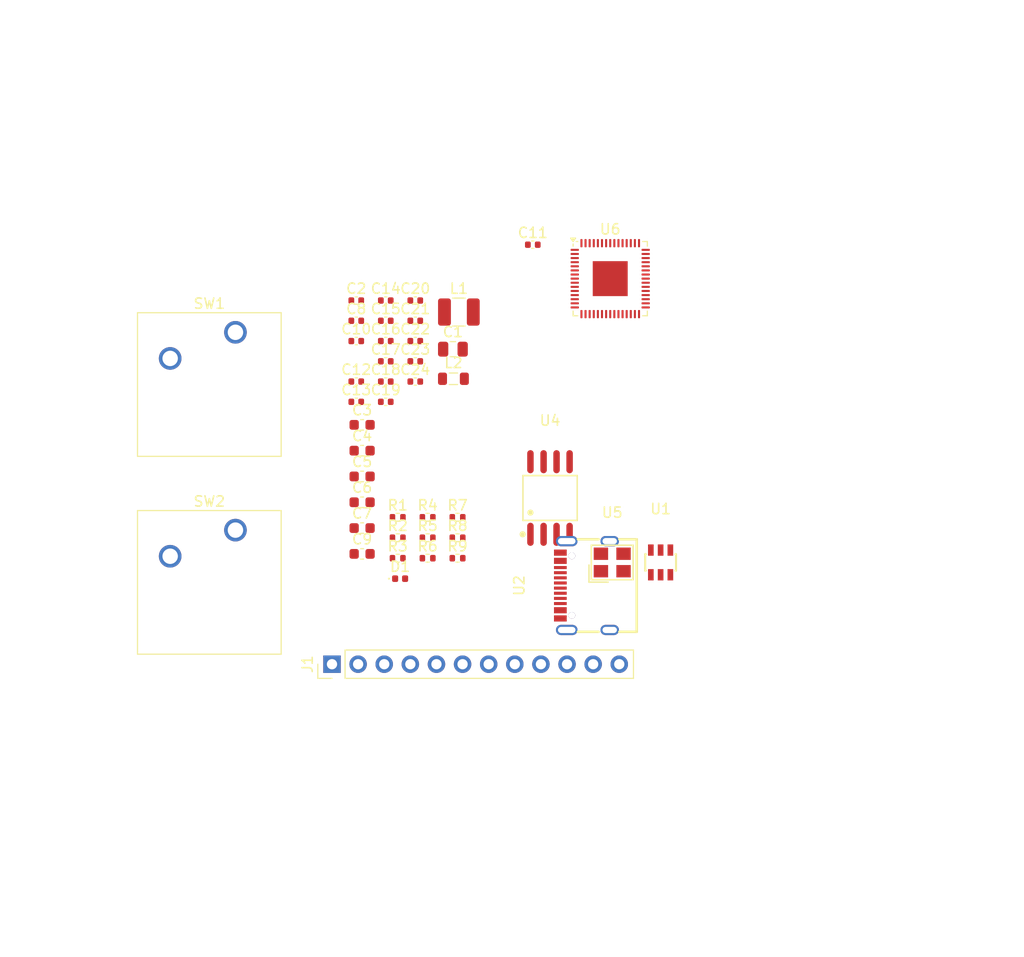
<source format=kicad_pcb>
(kicad_pcb (version 20241229) (generator "pcbnew") (generator_version "9.0")
  (layers (0 "F.Cu" signal) (4 "In1.Cu" signal) (6 "In2.Cu" signal) (2 "B.Cu" signal) (13 "F.Paste" user) (15 "B.Paste" user) (5 "F.SilkS" user "F.Silkscreen") (7 "B.SilkS" user "B.Silkscreen") (1 "F.Mask" user) (3 "B.Mask" user) (25 "Edge.Cuts" user))
  (net 0 "")
  (net 1 "GND")
  (net 2 "USB_VBUS")
  (net 3 "Net-(U1-BST)")
  (net 4 "Net-(U1-SW)")
  (net 5 "+3V3")
  (net 6 "+1V1")
  (net 7 "Net-(U6-VREG_AVDD)")
  (net 8 "XIN")
  (net 9 "Net-(C24-Pad2)")
  (net 10 "Net-(D1-A)")
  (net 11 "Net-(U6-VREG_LX)")
  (net 12 "Net-(U2-CC1)")
  (net 13 "Net-(U4-~{CS})")
  (net 14 "Net-(R4-Pad2)")
  (net 15 "XOUT")
  (net 16 "Net-(U6-USB_DM)")
  (net 17 "D-")
  (net 18 "D+")
  (net 19 "Net-(U6-USB_DP)")
  (net 20 "Net-(R8-Pad2)")
  (net 21 "RUN")
  (net 22 "Net-(U6-GPIO25)")
  (net 23 "IO3")
  (net 27 "IO2")
  (net 29 "Net-(U4-CLK)")
  (net 30 "IO1")
  (net 54 "IO0")
  (footprint "Capacitor_SMD:C_0402_1005Metric" (layer "F.Cu") (at 56.32 32.21)
    (property "Reference" "C18" (at 0 -1.16 0) (layer "F.SilkS"))
    (property "Value" "100n")
    (fp_line (start -0.107836 -0.36) (end 0.107836 -0.36) (stroke (width 0.12)) (layer "F.SilkS"))
    (fp_line (start -0.107836 0.36) (end 0.107836 0.36) (stroke (width 0.12)) (layer "F.SilkS"))
    (pad "1" smd roundrect (at -0.48 0) (size 0.56 0.62) (layers "F.Cu" "F.Mask" "F.Paste") (net 5 "+3V3"))
    (pad "2" smd roundrect (at 0.48 0) (size 0.56 0.62) (layers "F.Cu" "F.Mask" "F.Paste") (net 1 "GND"))
  )
  (footprint "Capacitor_SMD:C_0603_1608Metric" (layer "F.Cu") (at 54.02 41.44)
    (property "Reference" "C5" (at 0 -1.43 0) (layer "F.SilkS"))
    (property "Value" "4.7u")
    (fp_line (start -0.14058 -0.51) (end 0.14058 -0.51) (stroke (width 0.12)) (layer "F.SilkS"))
    (fp_line (start -0.14058 0.51) (end 0.14058 0.51) (stroke (width 0.12)) (layer "F.SilkS"))
    (pad "1" smd roundrect (at -0.775 0) (size 0.9 0.95) (layers "F.Cu" "F.Mask" "F.Paste") (net 6 "+1V1"))
    (pad "2" smd roundrect (at 0.775 0) (size 0.9 0.95) (layers "F.Cu" "F.Mask" "F.Paste") (net 1 "GND"))
  )
  (footprint "Capacitor_SMD:C_0603_1608Metric" (layer "F.Cu") (at 54.02 48.97)
    (property "Reference" "C9" (at 0 -1.43 0) (layer "F.SilkS"))
    (property "Value" "4.7u")
    (fp_line (start -0.14058 -0.51) (end 0.14058 -0.51) (stroke (width 0.12)) (layer "F.SilkS"))
    (fp_line (start -0.14058 0.51) (end 0.14058 0.51) (stroke (width 0.12)) (layer "F.SilkS"))
    (pad "1" smd roundrect (at -0.775 0) (size 0.9 0.95) (layers "F.Cu" "F.Mask" "F.Paste") (net 6 "+1V1"))
    (pad "2" smd roundrect (at 0.775 0) (size 0.9 0.95) (layers "F.Cu" "F.Mask" "F.Paste") (net 1 "GND"))
  )
  (footprint "easyeda2kicad:CRYSTAL-SMD_4P-L3.2-W2.5-BL" (layer "F.Cu") (at 78.345 49.805)
    (property "Reference" "U5" (at 0 -4.85 0) (layer "F.SilkS"))
    (property "Value" "ABM8-272-T3_C20625731")
    (fp_line (start -2.26 0.25) (end -2.26 1.91) (stroke (width 0.15)) (layer "F.SilkS"))
    (fp_line (start -2.26 1.91) (end -0.4 1.91) (stroke (width 0.15)) (layer "F.SilkS"))
    (fp_line (start -2.03 -1.68) (end 2.03 -1.68) (stroke (width 0.15)) (layer "F.SilkS"))
    (fp_line (start -2.03 1.68) (end -2.03 -1.68) (stroke (width 0.15)) (layer "F.SilkS"))
    (fp_line (start 2.03 -1.68) (end 2.03 1.68) (stroke (width 0.15)) (layer "F.SilkS"))
    (fp_line (start 2.03 1.68) (end -2.03 1.68) (stroke (width 0.15)) (layer "F.SilkS"))
    (pad "1" smd rect (at -1.1 0.85) (size 1.4 1.2) (layers "F.Cu" "F.Mask" "F.Paste") (net 8 "XIN"))
    (pad "2" smd rect (at 1.1 0.85) (size 1.4 1.2) (layers "F.Cu" "F.Mask" "F.Paste") (net 1 "GND"))
    (pad "3" smd rect (at 1.1 -0.85) (size 1.4 1.2) (layers "F.Cu" "F.Mask" "F.Paste") (net 9 "Net-(C24-Pad2)"))
    (pad "4" smd rect (at -1.1 -0.85) (size 1.4 1.2) (layers "F.Cu" "F.Mask" "F.Paste") (net 1 "GND"))
  )
  (footprint "Capacitor_SMD:C_0402_1005Metric" (layer "F.Cu") (at 53.45 28.27)
    (property "Reference" "C10" (at 0 -1.16 0) (layer "F.SilkS"))
    (property "Value" "100n")
    (fp_line (start -0.107836 -0.36) (end 0.107836 -0.36) (stroke (width 0.12)) (layer "F.SilkS"))
    (fp_line (start -0.107836 0.36) (end 0.107836 0.36) (stroke (width 0.12)) (layer "F.SilkS"))
    (pad "1" smd roundrect (at -0.48 0) (size 0.56 0.62) (layers "F.Cu" "F.Mask" "F.Paste") (net 6 "+1V1"))
    (pad "2" smd roundrect (at 0.48 0) (size 0.56 0.62) (layers "F.Cu" "F.Mask" "F.Paste") (net 1 "GND"))
  )
  (footprint "Resistor_SMD:R_0402_1005Metric" (layer "F.Cu") (at 63.3 47.4)
    (property "Reference" "R8" (at 0 -1.17 0) (layer "F.SilkS"))
    (property "Value" "1k")
    (fp_line (start -0.153641 -0.38) (end 0.153641 -0.38) (stroke (width 0.12)) (layer "F.SilkS"))
    (fp_line (start -0.153641 0.38) (end 0.153641 0.38) (stroke (width 0.12)) (layer "F.SilkS"))
    (pad "1" smd roundrect (at -0.51 0) (size 0.54 0.64) (layers "F.Cu" "F.Mask" "F.Paste") (net 21 "RUN"))
    (pad "2" smd roundrect (at 0.51 0) (size 0.54 0.64) (layers "F.Cu" "F.Mask" "F.Paste") (net 20 "Net-(R8-Pad2)"))
  )
  (footprint "Resistor_SMD:R_0402_1005Metric" (layer "F.Cu") (at 60.39 47.4)
    (property "Reference" "R5" (at 0 -1.17 0) (layer "F.SilkS"))
    (property "Value" "1k")
    (fp_line (start -0.153641 -0.38) (end 0.153641 -0.38) (stroke (width 0.12)) (layer "F.SilkS"))
    (fp_line (start -0.153641 0.38) (end 0.153641 0.38) (stroke (width 0.12)) (layer "F.SilkS"))
    (pad "1" smd roundrect (at -0.51 0) (size 0.54 0.64) (layers "F.Cu" "F.Mask" "F.Paste") (net 9 "Net-(C24-Pad2)"))
    (pad "2" smd roundrect (at 0.51 0) (size 0.54 0.64) (layers "F.Cu" "F.Mask" "F.Paste") (net 15 "XOUT"))
  )
  (footprint "Resistor_SMD:R_0402_1005Metric" (layer "F.Cu") (at 60.39 45.41)
    (property "Reference" "R4" (at 0 -1.17 0) (layer "F.SilkS"))
    (property "Value" "1k")
    (fp_line (start -0.153641 -0.38) (end 0.153641 -0.38) (stroke (width 0.12)) (layer "F.SilkS"))
    (fp_line (start -0.153641 0.38) (end 0.153641 0.38) (stroke (width 0.12)) (layer "F.SilkS"))
    (pad "1" smd roundrect (at -0.51 0) (size 0.54 0.64) (layers "F.Cu" "F.Mask" "F.Paste") (net 13 "Net-(U4-~{CS})"))
    (pad "2" smd roundrect (at 0.51 0) (size 0.54 0.64) (layers "F.Cu" "F.Mask" "F.Paste") (net 14 "Net-(R4-Pad2)"))
  )
  (footprint "Capacitor_SMD:C_0402_1005Metric" (layer "F.Cu") (at 59.19 26.3)
    (property "Reference" "C21" (at 0 -1.16 0) (layer "F.SilkS"))
    (property "Value" "100n")
    (fp_line (start -0.107836 -0.36) (end 0.107836 -0.36) (stroke (width 0.12)) (layer "F.SilkS"))
    (fp_line (start -0.107836 0.36) (end 0.107836 0.36) (stroke (width 0.12)) (layer "F.SilkS"))
    (pad "1" smd roundrect (at -0.48 0) (size 0.56 0.62) (layers "F.Cu" "F.Mask" "F.Paste") (net 5 "+3V3"))
    (pad "2" smd roundrect (at 0.48 0) (size 0.56 0.62) (layers "F.Cu" "F.Mask" "F.Paste") (net 1 "GND"))
  )
  (footprint "Resistor_SMD:R_0402_1005Metric" (layer "F.Cu") (at 63.3 45.41)
    (property "Reference" "R7" (at 0 -1.17 0) (layer "F.SilkS"))
    (property "Value" "27")
    (fp_line (start -0.153641 -0.38) (end 0.153641 -0.38) (stroke (width 0.12)) (layer "F.SilkS"))
    (fp_line (start -0.153641 0.38) (end 0.153641 0.38) (stroke (width 0.12)) (layer "F.SilkS"))
    (pad "1" smd roundrect (at -0.51 0) (size 0.54 0.64) (layers "F.Cu" "F.Mask" "F.Paste") (net 19 "Net-(U6-USB_DP)"))
    (pad "2" smd roundrect (at 0.51 0) (size 0.54 0.64) (layers "F.Cu" "F.Mask" "F.Paste") (net 18 "D+"))
  )
  (footprint "Capacitor_SMD:C_0805_2012Metric" (layer "F.Cu") (at 62.85 29.06)
    (property "Reference" "C1" (at 0 -1.68 0) (layer "F.SilkS"))
    (property "Value" "10uf")
    (fp_line (start -0.261252 -0.735) (end 0.261252 -0.735) (stroke (width 0.12)) (layer "F.SilkS"))
    (fp_line (start -0.261252 0.735) (end 0.261252 0.735) (stroke (width 0.12)) (layer "F.SilkS"))
    (pad "1" smd roundrect (at -0.95 0) (size 1 1.45) (layers "F.Cu" "F.Mask" "F.Paste") (net 2 "USB_VBUS"))
    (pad "2" smd roundrect (at 0.95 0) (size 1 1.45) (layers "F.Cu" "F.Mask" "F.Paste") (net 1 "GND"))
  )
  (footprint "Capacitor_SMD:C_0402_1005Metric" (layer "F.Cu") (at 56.32 28.27)
    (property "Reference" "C16" (at 0 -1.16 0) (layer "F.SilkS"))
    (property "Value" "100n")
    (fp_line (start -0.107836 -0.36) (end 0.107836 -0.36) (stroke (width 0.12)) (layer "F.SilkS"))
    (fp_line (start -0.107836 0.36) (end 0.107836 0.36) (stroke (width 0.12)) (layer "F.SilkS"))
    (pad "1" smd roundrect (at -0.48 0) (size 0.56 0.62) (layers "F.Cu" "F.Mask" "F.Paste") (net 5 "+3V3"))
    (pad "2" smd roundrect (at 0.48 0) (size 0.56 0.62) (layers "F.Cu" "F.Mask" "F.Paste") (net 1 "GND"))
  )
  (footprint "LED_SMD:LED_0402_1005Metric" (layer "F.Cu") (at 57.715 51.38)
    (property "Reference" "D1" (at 0 -1.17 0) (layer "F.SilkS"))
    (property "Value" "LED")
    (fp_circle (center -1.09 0) (end -1.04 0) (stroke (width 0.1)) (fill no) (layer "F.SilkS"))
    (pad "1" smd roundrect (at -0.485 0) (size 0.59 0.64) (layers "F.Cu" "F.Mask" "F.Paste") (net 1 "GND"))
    (pad "2" smd roundrect (at 0.485 0) (size 0.59 0.64) (layers "F.Cu" "F.Mask" "F.Paste") (net 10 "Net-(D1-A)"))
  )
  (footprint "Inductor_SMD:L_0805_2012Metric" (layer "F.Cu") (at 62.9 31.94)
    (property "Reference" "L2" (at 0 -1.55 0) (layer "F.SilkS"))
    (property "Value" "3.3u")
    (fp_line (start -0.399622 -0.56) (end 0.399622 -0.56) (stroke (width 0.12)) (layer "F.SilkS"))
    (fp_line (start -0.399622 0.56) (end 0.399622 0.56) (stroke (width 0.12)) (layer "F.SilkS"))
    (pad "1" smd roundrect (at -1.0625 0) (size 0.875 1.2) (layers "F.Cu" "F.Mask" "F.Paste") (net 6 "+1V1"))
    (pad "2" smd roundrect (at 1.0625 0) (size 0.875 1.2) (layers "F.Cu" "F.Mask" "F.Paste") (net 11 "Net-(U6-VREG_LX)"))
  )
  (footprint "Capacitor_SMD:C_0402_1005Metric" (layer "F.Cu") (at 70.62 18.9)
    (property "Reference" "C11" (at 0 -1.16 0) (layer "F.SilkS"))
    (property "Value" "100n")
    (fp_line (start -0.107836 -0.36) (end 0.107836 -0.36) (stroke (width 0.12)) (layer "F.SilkS"))
    (fp_line (start -0.107836 0.36) (end 0.107836 0.36) (stroke (width 0.12)) (layer "F.SilkS"))
    (pad "1" smd roundrect (at -0.48 0) (size 0.56 0.62) (layers "F.Cu" "F.Mask" "F.Paste") (net 5 "+3V3"))
    (pad "2" smd roundrect (at 0.48 0) (size 0.56 0.62) (layers "F.Cu" "F.Mask" "F.Paste") (net 1 "GND"))
  )
  (footprint "Capacitor_SMD:C_0402_1005Metric" (layer "F.Cu") (at 53.45 24.33)
    (property "Reference" "C2" (at 0 -1.16 0) (layer "F.SilkS"))
    (property "Value" "100nf")
    (fp_line (start -0.107836 -0.36) (end 0.107836 -0.36) (stroke (width 0.12)) (layer "F.SilkS"))
    (fp_line (start -0.107836 0.36) (end 0.107836 0.36) (stroke (width 0.12)) (layer "F.SilkS"))
    (pad "1" smd roundrect (at -0.48 0) (size 0.56 0.62) (layers "F.Cu" "F.Mask" "F.Paste") (net 3 "Net-(U1-BST)"))
    (pad "2" smd roundrect (at 0.48 0) (size 0.56 0.62) (layers "F.Cu" "F.Mask" "F.Paste") (net 4 "Net-(U1-SW)"))
  )
  (footprint "easyeda2kicad:TSOT-26_L2.9-W1.6-P0.95-LS2.8-BL" (layer "F.Cu") (at 83.05 49.8)
    (property "Reference" "U1" (at 0 -5.2 0) (layer "F.SilkS"))
    (property "Value" "AP63203WU-7")
    (fp_line (start -1.5 -0.8) (end -1.43 -0.8) (stroke (width 0.2)) (layer "F.SilkS"))
    (fp_line (start -1.5 -0.57) (end -1.5 -0.8) (stroke (width 0.2)) (layer "F.SilkS"))
    (fp_line (start -1.5 0.57) (end -1.5 -0.57) (stroke (width 0.2)) (layer "F.SilkS"))
    (fp_line (start -1.5 0.57) (end -1.5 0.8) (stroke (width 0.2)) (layer "F.SilkS"))
    (fp_line (start -1.5 0.8) (end -1.43 0.8) (stroke (width 0.2)) (layer "F.SilkS"))
    (fp_line (start 1.5 -0.8) (end 1.43 -0.8) (stroke (width 0.2)) (layer "F.SilkS"))
    (fp_line (start 1.5 -0.57) (end 1.5 -0.8) (stroke (width 0.2)) (layer "F.SilkS"))
    (fp_line (start 1.5 -0.57) (end 1.5 0.57) (stroke (width 0.2)) (layer "F.SilkS"))
    (fp_line (start 1.5 0.57) (end 1.5 0.8) (stroke (width 0.2)) (layer "F.SilkS"))
    (fp_line (start 1.5 0.8) (end 1.43 0.8) (stroke (width 0.2)) (layer "F.SilkS"))
    (pad "1" smd rect (at -0.95 1.2 180) (size 0.55 1.1) (layers "F.Cu" "F.Mask" "F.Paste") (net 5 "+3V3"))
    (pad "2" smd rect (at 0 1.2 180) (size 0.55 1.1) (layers "F.Cu" "F.Mask" "F.Paste") (net 2 "USB_VBUS"))
    (pad "3" smd rect (at 0.95 1.2 180) (size 0.55 1.1) (layers "F.Cu" "F.Mask" "F.Paste") (net 2 "USB_VBUS"))
    (pad "4" smd rect (at 0.95 -1.2 180) (size 0.55 1.1) (layers "F.Cu" "F.Mask" "F.Paste") (net 1 "GND"))
    (pad "5" smd rect (at 0 -1.2 180) (size 0.55 1.1) (layers "F.Cu" "F.Mask" "F.Paste") (net 4 "Net-(U1-SW)"))
    (pad "6" smd rect (at -0.95 -1.2 180) (size 0.55 1.1) (layers "F.Cu" "F.Mask" "F.Paste") (net 3 "Net-(U1-BST)"))
  )
  (footprint "Capacitor_SMD:C_0603_1608Metric" (layer "F.Cu") (at 54.02 38.93)
    (property "Reference" "C4" (at 0 -1.43 0) (layer "F.SilkS"))
    (property "Value" "22uf")
    (fp_line (start -0.14058 -0.51) (end 0.14058 -0.51) (stroke (width 0.12)) (layer "F.SilkS"))
    (fp_line (start -0.14058 0.51) (end 0.14058 0.51) (stroke (width 0.12)) (layer "F.SilkS"))
    (pad "1" smd roundrect (at -0.775 0) (size 0.9 0.95) (layers "F.Cu" "F.Mask" "F.Paste") (net 5 "+3V3"))
    (pad "2" smd roundrect (at 0.775 0) (size 0.9 0.95) (layers "F.Cu" "F.Mask" "F.Paste") (net 1 "GND"))
  )
  (footprint "Capacitor_SMD:C_0603_1608Metric" (layer "F.Cu") (at 54.02 46.46)
    (property "Reference" "C7" (at 0 -1.43 0) (layer "F.SilkS"))
    (property "Value" "4.7u")
    (fp_line (start -0.14058 -0.51) (end 0.14058 -0.51) (stroke (width 0.12)) (layer "F.SilkS"))
    (fp_line (start -0.14058 0.51) (end 0.14058 0.51) (stroke (width 0.12)) (layer "F.SilkS"))
    (pad "1" smd roundrect (at -0.775 0) (size 0.9 0.95) (layers "F.Cu" "F.Mask" "F.Paste") (net 1 "GND"))
    (pad "2" smd roundrect (at 0.775 0) (size 0.9 0.95) (layers "F.Cu" "F.Mask" "F.Paste") (net 7 "Net-(U6-VREG_AVDD)"))
  )
  (footprint "Capacitor_SMD:C_0402_1005Metric" (layer "F.Cu") (at 59.19 28.27)
    (property "Reference" "C22" (at 0 -1.16 0) (layer "F.SilkS"))
    (property "Value" "100n")
    (fp_line (start -0.107836 -0.36) (end 0.107836 -0.36) (stroke (width 0.12)) (layer "F.SilkS"))
    (fp_line (start -0.107836 0.36) (end 0.107836 0.36) (stroke (width 0.12)) (layer "F.SilkS"))
    (pad "1" smd roundrect (at -0.48 0) (size 0.56 0.62) (layers "F.Cu" "F.Mask" "F.Paste") (net 5 "+3V3"))
    (pad "2" smd roundrect (at 0.48 0) (size 0.56 0.62) (layers "F.Cu" "F.Mask" "F.Paste") (net 1 "GND"))
  )
  (footprint "Capacitor_SMD:C_0402_1005Metric" (layer "F.Cu") (at 59.19 24.33)
    (property "Reference" "C20" (at 0 -1.16 0) (layer "F.SilkS"))
    (property "Value" "100n")
    (fp_line (start -0.107836 -0.36) (end 0.107836 -0.36) (stroke (width 0.12)) (layer "F.SilkS"))
    (fp_line (start -0.107836 0.36) (end 0.107836 0.36) (stroke (width 0.12)) (layer "F.SilkS"))
    (pad "1" smd roundrect (at -0.48 0) (size 0.56 0.62) (layers "F.Cu" "F.Mask" "F.Paste") (net 5 "+3V3"))
    (pad "2" smd roundrect (at 0.48 0) (size 0.56 0.62) (layers "F.Cu" "F.Mask" "F.Paste") (net 1 "GND"))
  )
  (footprint "Capacitor_SMD:C_0402_1005Metric" (layer "F.Cu") (at 56.32 30.24)
    (property "Reference" "C17" (at 0 -1.16 0) (layer "F.SilkS"))
    (property "Value" "100n")
    (fp_line (start -0.107836 -0.36) (end 0.107836 -0.36) (stroke (width 0.12)) (layer "F.SilkS"))
    (fp_line (start -0.107836 0.36) (end 0.107836 0.36) (stroke (width 0.12)) (layer "F.SilkS"))
    (pad "1" smd roundrect (at -0.48 0) (size 0.56 0.62) (layers "F.Cu" "F.Mask" "F.Paste") (net 5 "+3V3"))
    (pad "2" smd roundrect (at 0.48 0) (size 0.56 0.62) (layers "F.Cu" "F.Mask" "F.Paste") (net 1 "GND"))
  )
  (footprint "Resistor_SMD:R_0402_1005Metric" (layer "F.Cu") (at 63.3 49.39)
    (property "Reference" "R9" (at 0 -1.17 0) (layer "F.SilkS"))
    (property "Value" "33")
    (fp_line (start -0.153641 -0.38) (end 0.153641 -0.38) (stroke (width 0.12)) (layer "F.SilkS"))
    (fp_line (start -0.153641 0.38) (end 0.153641 0.38) (stroke (width 0.12)) (layer "F.SilkS"))
    (pad "1" smd roundrect (at -0.51 0) (size 0.54 0.64) (layers "F.Cu" "F.Mask" "F.Paste") (net 22 "Net-(U6-GPIO25)"))
    (pad "2" smd roundrect (at 0.51 0) (size 0.54 0.64) (layers "F.Cu" "F.Mask" "F.Paste") (net 10 "Net-(D1-A)"))
  )
  (footprint "Capacitor_SMD:C_0603_1608Metric" (layer "F.Cu") (at 54.02 43.95)
    (property "Reference" "C6" (at 0 -1.43 0) (layer "F.SilkS"))
    (property "Value" "4.7u")
    (fp_line (start -0.14058 -0.51) (end 0.14058 -0.51) (stroke (width 0.12)) (layer "F.SilkS"))
    (fp_line (start -0.14058 0.51) (end 0.14058 0.51) (stroke (width 0.12)) (layer "F.SilkS"))
    (pad "1" smd roundrect (at -0.775 0) (size 0.9 0.95) (layers "F.Cu" "F.Mask" "F.Paste") (net 5 "+3V3"))
    (pad "2" smd roundrect (at 0.775 0) (size 0.9 0.95) (layers "F.Cu" "F.Mask" "F.Paste") (net 1 "GND"))
  )
  (footprint "Capacitor_SMD:C_0402_1005Metric" (layer "F.Cu") (at 53.45 32.21)
    (property "Reference" "C12" (at 0 -1.16 0) (layer "F.SilkS"))
    (property "Value" "100n")
    (fp_line (start -0.107836 -0.36) (end 0.107836 -0.36) (stroke (width 0.12)) (layer "F.SilkS"))
    (fp_line (start -0.107836 0.36) (end 0.107836 0.36) (stroke (width 0.12)) (layer "F.SilkS"))
    (pad "1" smd roundrect (at -0.48 0) (size 0.56 0.62) (layers "F.Cu" "F.Mask" "F.Paste") (net 5 "+3V3"))
    (pad "2" smd roundrect (at 0.48 0) (size 0.56 0.62) (layers "F.Cu" "F.Mask" "F.Paste") (net 1 "GND"))
  )
  (footprint "Capacitor_SMD:C_0402_1005Metric" (layer "F.Cu") (at 53.45 34.18)
    (property "Reference" "C13" (at 0 -1.16 0) (layer "F.SilkS"))
    (property "Value" "100n")
    (fp_line (start -0.107836 -0.36) (end 0.107836 -0.36) (stroke (width 0.12)) (layer "F.SilkS"))
    (fp_line (start -0.107836 0.36) (end 0.107836 0.36) (stroke (width 0.12)) (layer "F.SilkS"))
    (pad "1" smd roundrect (at -0.48 0) (size 0.56 0.62) (layers "F.Cu" "F.Mask" "F.Paste") (net 5 "+3V3"))
    (pad "2" smd roundrect (at 0.48 0) (size 0.56 0.62) (layers "F.Cu" "F.Mask" "F.Paste") (net 1 "GND"))
  )
  (footprint "Resistor_SMD:R_0402_1005Metric" (layer "F.Cu") (at 57.48 45.41)
    (property "Reference" "R1" (at 0 -1.17 0) (layer "F.SilkS"))
    (property "Value" "5.1k")
    (fp_line (start -0.153641 -0.38) (end 0.153641 -0.38) (stroke (width 0.12)) (layer "F.SilkS"))
    (fp_line (start -0.153641 0.38) (end 0.153641 0.38) (stroke (width 0.12)) (layer "F.SilkS"))
    (pad "1" smd roundrect (at -0.51 0) (size 0.54 0.64) (layers "F.Cu" "F.Mask" "F.Paste") (net 1 "GND"))
    (pad "2" smd roundrect (at 0.51 0) (size 0.54 0.64) (layers "F.Cu" "F.Mask" "F.Paste") (net 12 "Net-(U2-CC1)"))
  )
  (footprint "Package_DFN_QFN:QFN-60-1EP_7x7mm_P0.4mm_EP3.4x3.4mm" (layer "F.Cu") (at 78.15 22.2)
    (property "Reference" "U6" (at 0 -4.8 0) (layer "F.SilkS"))
    (property "Value" "RP2350A-QFN60")
    (fp_line (start -3.61 -3.16) (end -3.61 -3.37) (stroke (width 0.12)) (layer "F.SilkS"))
    (fp_line (start -3.61 3.61) (end -3.61 3.16) (stroke (width 0.12)) (layer "F.SilkS"))
    (fp_line (start -3.16 -3.61) (end -3.31 -3.61) (stroke (width 0.12)) (layer "F.SilkS"))
    (fp_line (start -3.16 3.61) (end -3.61 3.61) (stroke (width 0.12)) (layer "F.SilkS"))
    (fp_line (start 3.16 -3.61) (end 3.61 -3.61) (stroke (width 0.12)) (layer "F.SilkS"))
    (fp_line (start 3.16 3.61) (end 3.61 3.61) (stroke (width 0.12)) (layer "F.SilkS"))
    (fp_line (start 3.61 -3.61) (end 3.61 -3.16) (stroke (width 0.12)) (layer "F.SilkS"))
    (fp_line (start 3.61 3.61) (end 3.61 3.16) (stroke (width 0.12)) (layer "F.SilkS"))
    (fp_poly (pts (xy -3.61 -3.61) (xy -3.85 -3.94) (xy -3.37 -3.94)) (stroke (width 0.12)) (fill yes) (layer "F.SilkS"))
    (pad "1" smd roundrect (at -3.45 -2.8) (size 0.8 0.2) (layers "F.Cu" "F.Mask" "F.Paste") (net 5 "+3V3"))
    (pad "2" smd roundrect (at -3.45 -2.4) (size 0.8 0.2) (layers "F.Cu" "F.Mask" "F.Paste"))
    (pad "3" smd roundrect (at -3.45 -2) (size 0.8 0.2) (layers "F.Cu" "F.Mask" "F.Paste"))
    (pad "4" smd roundrect (at -3.45 -1.6) (size 0.8 0.2) (layers "F.Cu" "F.Mask" "F.Paste"))
    (pad "5" smd roundrect (at -3.45 -1.2) (size 0.8 0.2) (layers "F.Cu" "F.Mask" "F.Paste"))
    (pad "6" smd roundrect (at -3.45 -0.8) (size 0.8 0.2) (layers "F.Cu" "F.Mask" "F.Paste") (net 6 "+1V1"))
    (pad "7" smd roundrect (at -3.45 -0.4) (size 0.8 0.2) (layers "F.Cu" "F.Mask" "F.Paste"))
    (pad "8" smd roundrect (at -3.45 0) (size 0.8 0.2) (layers "F.Cu" "F.Mask" "F.Paste"))
    (pad "9" smd roundrect (at -3.45 0.4) (size 0.8 0.2) (layers "F.Cu" "F.Mask" "F.Paste"))
    (pad "10" smd roundrect (at -3.45 0.8) (size 0.8 0.2) (layers "F.Cu" "F.Mask" "F.Paste"))
    (pad "11" smd roundrect (at -3.45 1.2) (size 0.8 0.2) (layers "F.Cu" "F.Mask" "F.Paste") (net 5 "+3V3"))
    (pad "12" smd roundrect (at -3.45 1.6) (size 0.8 0.2) (layers "F.Cu" "F.Mask" "F.Paste"))
    (pad "13" smd roundrect (at -3.45 2) (size 0.8 0.2) (layers "F.Cu" "F.Mask" "F.Paste"))
    (pad "14" smd roundrect (at -3.45 2.4) (size 0.8 0.2) (layers "F.Cu" "F.Mask" "F.Paste"))
    (pad "15" smd roundrect (at -3.45 2.8) (size 0.8 0.2) (layers "F.Cu" "F.Mask" "F.Paste"))
    (pad "16" smd roundrect (at -2.8 3.45) (size 0.2 0.8) (layers "F.Cu" "F.Mask" "F.Paste"))
    (pad "17" smd roundrect (at -2.4 3.45) (size 0.2 0.8) (layers "F.Cu" "F.Mask" "F.Paste"))
    (pad "18" smd roundrect (at -2 3.45) (size 0.2 0.8) (layers "F.Cu" "F.Mask" "F.Paste"))
    (pad "19" smd roundrect (at -1.6 3.45) (size 0.2 0.8) (layers "F.Cu" "F.Mask" "F.Paste"))
    (pad "20" smd roundrect (at -1.2 3.45) (size 0.2 0.8) (layers "F.Cu" "F.Mask" "F.Paste") (net 5 "+3V3"))
    (pad "21" smd roundrect (at -0.8 3.45) (size 0.2 0.8) (layers "F.Cu" "F.Mask" "F.Paste") (net 8 "XIN"))
    (pad "22" smd roundrect (at -0.4 3.45) (size 0.2 0.8) (layers "F.Cu" "F.Mask" "F.Paste") (net 15 "XOUT"))
    (pad "23" smd roundrect (at 0 3.45) (size 0.2 0.8) (layers "F.Cu" "F.Mask" "F.Paste") (net 6 "+1V1"))
    (pad "24" smd roundrect (at 0.4 3.45) (size 0.2 0.8) (layers "F.Cu" "F.Mask" "F.Paste"))
    (pad "25" smd roundrect (at 0.8 3.45) (size 0.2 0.8) (layers "F.Cu" "F.Mask" "F.Paste"))
    (pad "26" smd roundrect (at 1.2 3.45) (size 0.2 0.8) (layers "F.Cu" "F.Mask" "F.Paste") (net 21 "RUN"))
    (pad "27" smd roundrect (at 1.6 3.45) (size 0.2 0.8) (layers "F.Cu" "F.Mask" "F.Paste"))
    (pad "28" smd roundrect (at 2 3.45) (size 0.2 0.8) (layers "F.Cu" "F.Mask" "F.Paste"))
    (pad "29" smd roundrect (at 2.4 3.45) (size 0.2 0.8) (layers "F.Cu" "F.Mask" "F.Paste"))
    (pad "30" smd roundrect (at 2.8 3.45) (size 0.2 0.8) (layers "F.Cu" "F.Mask" "F.Paste") (net 5 "+3V3"))
    (pad "31" smd roundrect (at 3.45 2.8) (size 0.8 0.2) (layers "F.Cu" "F.Mask" "F.Paste"))
    (pad "32" smd roundrect (at 3.45 2.4) (size 0.8 0.2) (layers "F.Cu" "F.Mask" "F.Paste"))
    (pad "33" smd roundrect (at 3.45 2) (size 0.8 0.2) (layers "F.Cu" "F.Mask" "F.Paste"))
    (pad "34" smd roundrect (at 3.45 1.6) (size 0.8 0.2) (layers "F.Cu" "F.Mask" "F.Paste"))
    (pad "35" smd roundrect (at 3.45 1.2) (size 0.8 0.2) (layers "F.Cu" "F.Mask" "F.Paste"))
    (pad "36" smd roundrect (at 3.45 0.8) (size 0.8 0.2) (layers "F.Cu" "F.Mask" "F.Paste"))
    (pad "37" smd roundrect (at 3.45 0.4) (size 0.8 0.2) (layers "F.Cu" "F.Mask" "F.Paste") (net 22 "Net-(U6-GPIO25)"))
    (pad "38" smd roundrect (at 3.45 0) (size 0.8 0.2) (layers "F.Cu" "F.Mask" "F.Paste") (net 5 "+3V3"))
    (pad "39" smd roundrect (at 3.45 -0.4) (size 0.8 0.2) (layers "F.Cu" "F.Mask" "F.Paste") (net 6 "+1V1"))
    (pad "40" smd roundrect (at 3.45 -0.8) (size 0.8 0.2) (layers "F.Cu" "F.Mask" "F.Paste"))
    (pad "41" smd roundrect (at 3.45 -1.2) (size 0.8 0.2) (layers "F.Cu" "F.Mask" "F.Paste"))
    (pad "42" smd roundrect (at 3.45 -1.6) (size 0.8 0.2) (layers "F.Cu" "F.Mask" "F.Paste"))
    (pad "43" smd roundrect (at 3.45 -2) (size 0.8 0.2) (layers "F.Cu" "F.Mask" "F.Paste"))
    (pad "44" smd roundrect (at 3.45 -2.4) (size 0.8 0.2) (layers "F.Cu" "F.Mask" "F.Paste") (net 5 "+3V3"))
    (pad "45" smd roundrect (at 3.45 -2.8) (size 0.8 0.2) (layers "F.Cu" "F.Mask" "F.Paste") (net 5 "+3V3"))
    (pad "46" smd roundrect (at 2.8 -3.45) (size 0.2 0.8) (layers "F.Cu" "F.Mask" "F.Paste") (net 7 "Net-(U6-VREG_AVDD)"))
    (pad "47" smd roundrect (at 2.4 -3.45) (size 0.2 0.8) (layers "F.Cu" "F.Mask" "F.Paste") (net 1 "GND"))
    (pad "48" smd roundrect (at 2 -3.45) (size 0.2 0.8) (layers "F.Cu" "F.Mask" "F.Paste") (net 11 "Net-(U6-VREG_LX)"))
    (pad "49" smd roundrect (at 1.6 -3.45) (size 0.2 0.8) (layers "F.Cu" "F.Mask" "F.Paste") (net 5 "+3V3"))
    (pad "50" smd roundrect (at 1.2 -3.45) (size 0.2 0.8) (layers "F.Cu" "F.Mask" "F.Paste") (net 6 "+1V1"))
    (pad "51" smd roundrect (at 0.8 -3.45) (size 0.2 0.8) (layers "F.Cu" "F.Mask" "F.Paste") (net 16 "Net-(U6-USB_DM)"))
    (pad "52" smd roundrect (at 0.4 -3.45) (size 0.2 0.8) (layers "F.Cu" "F.Mask" "F.Paste") (net 19 "Net-(U6-USB_DP)"))
    (pad "53" smd roundrect (at 0 -3.45) (size 0.2 0.8) (layers "F.Cu" "F.Mask" "F.Paste") (net 5 "+3V3"))
    (pad "54" smd roundrect (at -0.4 -3.45) (size 0.2 0.8) (layers "F.Cu" "F.Mask" "F.Paste") (net 5 "+3V3"))
    (pad "55" smd roundrect (at -0.8 -3.45) (size 0.2 0.8) (layers "F.Cu" "F.Mask" "F.Paste") (net 23 "IO3"))
    (pad "56" smd roundrect (at -1.2 -3.45) (size 0.2 0.8) (layers "F.Cu" "F.Mask" "F.Paste") (net 29 "Net-(U4-CLK)"))
    (pad "57" smd roundrect (at -1.6 -3.45) (size 0.2 0.8) (layers "F.Cu" "F.Mask" "F.Paste") (net 54 "IO0"))
    (pad "58" smd roundrect (at -2 -3.45) (size 0.2 0.8) (layers "F.Cu" "F.Mask" "F.Paste") (net 27 "IO2"))
    (pad "59" smd roundrect (at -2.4 -3.45) (size 0.2 0.8) (layers "F.Cu" "F.Mask" "F.Paste") (net 30 "IO1"))
    (pad "60" smd roundrect (at -2.8 -3.45) (size 0.2 0.8) (layers "F.Cu" "F.Mask" "F.Paste"))
    (pad "61" smd rect (at 0 0) (size 3.4 3.4) (property pad_prop_heatsink) (layers "F.Cu" "F.Mask") (net 1 "GND"))
  )
  (footprint "Inductor_SMD:L_1210_3225Metric" (layer "F.Cu") (at 63.43 25.45)
    (property "Reference" "L1" (at 0 -2.28 0) (layer "F.SilkS"))
    (property "Value" "47uh")
    (fp_line (start -0.602064 -1.36) (end 0.602064 -1.36) (stroke (width 0.12)) (layer "F.SilkS"))
    (fp_line (start -0.602064 1.36) (end 0.602064 1.36) (stroke (width 0.12)) (layer "F.SilkS"))
    (pad "1" smd roundrect (at -1.4 0) (size 1.25 2.65) (layers "F.Cu" "F.Mask" "F.Paste") (roundrect_rratio 0.2) (net 4 "Net-(U1-SW)"))
    (pad "2" smd roundrect (at 1.4 0) (size 1.25 2.65) (layers "F.Cu" "F.Mask" "F.Paste") (roundrect_rratio 0.2) (net 5 "+3V3"))
  )
  (footprint "Button_Switch_Keyboard:SW_Cherry_MX_1.00u_PCB" (layer "F.Cu") (at 41.7 27.42)
    (property "Reference" "SW1" (at -2.54 -2.794 0) (layer "F.SilkS"))
    (property "Value" "SW_Push")
    (fp_line (start -9.525 -1.905) (end 4.445 -1.905) (stroke (width 0.12)) (layer "F.SilkS"))
    (fp_line (start -9.525 12.065) (end -9.525 -1.905) (stroke (width 0.12)) (layer "F.SilkS"))
    (fp_line (start 4.445 -1.905) (end 4.445 12.065) (stroke (width 0.12)) (layer "F.SilkS"))
    (fp_line (start 4.445 12.065) (end -9.525 12.065) (stroke (width 0.12)) (layer "F.SilkS"))
    (pad "" np_thru_hole circle (at -7.62 5.08) (size 1.7 1.7) (drill 1.7) (layers "*.Cu" "*.Mask"))
    (pad "" np_thru_hole circle (at -2.54 5.08) (size 4 4) (drill 4) (layers "*.Cu" "*.Mask"))
    (pad "" np_thru_hole circle (at 2.54 5.08) (size 1.7 1.7) (drill 1.7) (layers "*.Cu" "*.Mask"))
    (pad "1" thru_hole circle (at 0 0) (size 2.2 2.2) (drill 1.5) (layers "*.Cu" "*.Mask") (net 1 "GND"))
    (pad "2" thru_hole circle (at -6.35 2.54) (size 2.2 2.2) (drill 1.5) (layers "*.Cu" "*.Mask") (net 14 "Net-(R4-Pad2)"))
  )
  (footprint "Capacitor_SMD:C_0402_1005Metric" (layer "F.Cu") (at 56.32 24.33)
    (property "Reference" "C14" (at 0 -1.16 0) (layer "F.SilkS"))
    (property "Value" "100n")
    (fp_line (start -0.107836 -0.36) (end 0.107836 -0.36) (stroke (width 0.12)) (layer "F.SilkS"))
    (fp_line (start -0.107836 0.36) (end 0.107836 0.36) (stroke (width 0.12)) (layer "F.SilkS"))
    (pad "1" smd roundrect (at -0.48 0) (size 0.56 0.62) (layers "F.Cu" "F.Mask" "F.Paste") (net 5 "+3V3"))
    (pad "2" smd roundrect (at 0.48 0) (size 0.56 0.62) (layers "F.Cu" "F.Mask" "F.Paste") (net 1 "GND"))
  )
  (footprint "Button_Switch_Keyboard:SW_Cherry_MX_1.00u_PCB" (layer "F.Cu") (at 41.7 46.66)
    (property "Reference" "SW2" (at -2.54 -2.794 0) (layer "F.SilkS"))
    (property "Value" "SW_Push")
    (fp_line (start -9.525 -1.905) (end 4.445 -1.905) (stroke (width 0.12)) (layer "F.SilkS"))
    (fp_line (start -9.525 12.065) (end -9.525 -1.905) (stroke (width 0.12)) (layer "F.SilkS"))
    (fp_line (start 4.445 -1.905) (end 4.445 12.065) (stroke (width 0.12)) (layer "F.SilkS"))
    (fp_line (start 4.445 12.065) (end -9.525 12.065) (stroke (width 0.12)) (layer "F.SilkS"))
    (pad "" np_thru_hole circle (at -7.62 5.08) (size 1.7 1.7) (drill 1.7) (layers "*.Cu" "*.Mask"))
    (pad "" np_thru_hole circle (at -2.54 5.08) (size 4 4) (drill 4) (layers "*.Cu" "*.Mask"))
    (pad "" np_thru_hole circle (at 2.54 5.08) (size 1.7 1.7) (drill 1.7) (layers "*.Cu" "*.Mask"))
    (pad "1" thru_hole circle (at 0 0) (size 2.2 2.2) (drill 1.5) (layers "*.Cu" "*.Mask") (net 1 "GND"))
    (pad "2" thru_hole circle (at -6.35 2.54) (size 2.2 2.2) (drill 1.5) (layers "*.Cu" "*.Mask") (net 20 "Net-(R8-Pad2)"))
  )
  (footprint "Capacitor_SMD:C_0402_1005Metric" (layer "F.Cu") (at 56.32 34.18)
    (property "Reference" "C19" (at 0 -1.16 0) (layer "F.SilkS"))
    (property "Value" "100n")
    (fp_line (start -0.107836 -0.36) (end 0.107836 -0.36) (stroke (width 0.12)) (layer "F.SilkS"))
    (fp_line (start -0.107836 0.36) (end 0.107836 0.36) (stroke (width 0.12)) (layer "F.SilkS"))
    (pad "1" smd roundrect (at -0.48 0) (size 0.56 0.62) (layers "F.Cu" "F.Mask" "F.Paste") (net 5 "+3V3"))
    (pad "2" smd roundrect (at 0.48 0) (size 0.56 0.62) (layers "F.Cu" "F.Mask" "F.Paste") (net 1 "GND"))
  )
  (footprint "Resistor_SMD:R_0402_1005Metric" (layer "F.Cu") (at 57.48 49.39)
    (property "Reference" "R3" (at 0 -1.17 0) (layer "F.SilkS"))
    (property "Value" "10k")
    (fp_line (start -0.153641 -0.38) (end 0.153641 -0.38) (stroke (width 0.12)) (layer "F.SilkS"))
    (fp_line (start -0.153641 0.38) (end 0.153641 0.38) (stroke (width 0.12)) (layer "F.SilkS"))
    (pad "1" smd roundrect (at -0.51 0) (size 0.54 0.64) (layers "F.Cu" "F.Mask" "F.Paste") (net 13 "Net-(U4-~{CS})"))
    (pad "2" smd roundrect (at 0.51 0) (size 0.54 0.64) (layers "F.Cu" "F.Mask" "F.Paste") (net 5 "+3V3"))
  )
  (footprint "Capacitor_SMD:C_0402_1005Metric" (layer "F.Cu") (at 59.19 32.21)
    (property "Reference" "C24" (at 0 -1.16 0) (layer "F.SilkS"))
    (property "Value" "15p")
    (fp_line (start -0.107836 -0.36) (end 0.107836 -0.36) (stroke (width 0.12)) (layer "F.SilkS"))
    (fp_line (start -0.107836 0.36) (end 0.107836 0.36) (stroke (width 0.12)) (layer "F.SilkS"))
    (pad "1" smd roundrect (at -0.48 0) (size 0.56 0.62) (layers "F.Cu" "F.Mask" "F.Paste") (net 1 "GND"))
    (pad "2" smd roundrect (at 0.48 0) (size 0.56 0.62) (layers "F.Cu" "F.Mask" "F.Paste") (net 9 "Net-(C24-Pad2)"))
  )
  (footprint "Resistor_SMD:R_0402_1005Metric" (layer "F.Cu") (at 57.48 47.4)
    (property "Reference" "R2" (at 0 -1.17 0) (layer "F.SilkS"))
    (property "Value" "33")
    (fp_line (start -0.153641 -0.38) (end 0.153641 -0.38) (stroke (width 0.12)) (layer "F.SilkS"))
    (fp_line (start -0.153641 0.38) (end 0.153641 0.38) (stroke (width 0.12)) (layer "F.SilkS"))
    (pad "1" smd roundrect (at -0.51 0) (size 0.54 0.64) (layers "F.Cu" "F.Mask" "F.Paste") (net 5 "+3V3"))
    (pad "2" smd roundrect (at 0.51 0) (size 0.54 0.64) (layers "F.Cu" "F.Mask" "F.Paste") (net 7 "Net-(U6-VREG_AVDD)"))
  )
  (footprint "Capacitor_SMD:C_0402_1005Metric" (layer "F.Cu") (at 56.32 26.3)
    (property "Reference" "C15" (at 0 -1.16 0) (layer "F.SilkS"))
    (property "Value" "100n")
    (fp_line (start -0.107836 -0.36) (end 0.107836 -0.36) (stroke (width 0.12)) (layer "F.SilkS"))
    (fp_line (start -0.107836 0.36) (end 0.107836 0.36) (stroke (width 0.12)) (layer "F.SilkS"))
    (pad "1" smd roundrect (at -0.48 0) (size 0.56 0.62) (layers "F.Cu" "F.Mask" "F.Paste") (net 5 "+3V3"))
    (pad "2" smd roundrect (at 0.48 0) (size 0.56 0.62) (layers "F.Cu" "F.Mask" "F.Paste") (net 1 "GND"))
  )
  (footprint "Resistor_SMD:R_0402_1005Metric" (layer "F.Cu") (at 60.39 49.39)
    (property "Reference" "R6" (at 0 -1.17 0) (layer "F.SilkS"))
    (property "Value" "27")
    (fp_line (start -0.153641 -0.38) (end 0.153641 -0.38) (stroke (width 0.12)) (layer "F.SilkS"))
    (fp_line (start -0.153641 0.38) (end 0.153641 0.38) (stroke (width 0.12)) (layer "F.SilkS"))
    (pad "1" smd roundrect (at -0.51 0) (size 0.54 0.64) (layers "F.Cu" "F.Mask" "F.Paste") (net 17 "D-"))
    (pad "2" smd roundrect (at 0.51 0) (size 0.54 0.64) (layers "F.Cu" "F.Mask" "F.Paste") (net 16 "Net-(U6-USB_DM)"))
  )
  (footprint "Capacitor_SMD:C_0402_1005Metric" (layer "F.Cu") (at 59.19 30.24)
    (property "Reference" "C23" (at 0 -1.16 0) (layer "F.SilkS"))
    (property "Value" "15p")
    (fp_line (start -0.107836 -0.36) (end 0.107836 -0.36) (stroke (width 0.12)) (layer "F.SilkS"))
    (fp_line (start -0.107836 0.36) (end 0.107836 0.36) (stroke (width 0.12)) (layer "F.SilkS"))
    (pad "1" smd roundrect (at -0.48 0) (size 0.56 0.62) (layers "F.Cu" "F.Mask" "F.Paste") (net 1 "GND"))
    (pad "2" smd roundrect (at 0.48 0) (size 0.56 0.62) (layers "F.Cu" "F.Mask" "F.Paste") (net 8 "XIN"))
  )
  (footprint "Connector_PinHeader_2.54mm:PinHeader_1x12_P2.54mm_Vertical" (layer "F.Cu") (at 51.09 59.7 90)
    (property "Reference" "J1" (at 0 -2.38 90) (layer "F.SilkS"))
    (property "Value" "Conn_01x12_Pin")
    (fp_line (start -1.38 -1.38) (end 0 -1.38) (stroke (width 0.12)) (layer "F.SilkS"))
    (fp_line (start -1.38 0) (end -1.38 -1.38) (stroke (width 0.12)) (layer "F.SilkS"))
    (fp_line (start 1.38 1.27) (end 1.38 29.32) (stroke (width 0.12)) (layer "F.SilkS"))
    (fp_line (start -1.38 1.27) (end 1.38 1.27) (stroke (width 0.12)) (layer "F.SilkS"))
    (fp_line (start -1.38 1.27) (end -1.38 29.32) (stroke (width 0.12)) (layer "F.SilkS"))
    (fp_line (start -1.38 29.32) (end 1.38 29.32) (stroke (width 0.12)) (layer "F.SilkS"))
    (pad "1" thru_hole rect (at 0 0 90) (size 1.7 1.7) (drill 1) (layers "*.Cu" "*.Mask"))
    (pad "2" thru_hole circle (at 0 2.54 90) (size 1.7 1.7) (drill 1) (layers "*.Cu" "*.Mask"))
    (pad "3" thru_hole circle (at 0 5.08 90) (size 1.7 1.7) (drill 1) (layers "*.Cu" "*.Mask"))
    (pad "4" thru_hole circle (at 0 7.62 90) (size 1.7 1.7) (drill 1) (layers "*.Cu" "*.Mask"))
    (pad "5" thru_hole circle (at 0 10.16 90) (size 1.7 1.7) (drill 1) (layers "*.Cu" "*.Mask"))
    (pad "6" thru_hole circle (at 0 12.7 90) (size 1.7 1.7) (drill 1) (layers "*.Cu" "*.Mask"))
    (pad "7" thru_hole circle (at 0 15.24 90) (size 1.7 1.7) (drill 1) (layers "*.Cu" "*.Mask"))
    (pad "8" thru_hole circle (at 0 17.78 90) (size 1.7 1.7) (drill 1) (layers "*.Cu" "*.Mask"))
    (pad "9" thru_hole circle (at 0 20.32 90) (size 1.7 1.7) (drill 1) (layers "*.Cu" "*.Mask"))
    (pad "10" thru_hole circle (at 0 22.86 90) (size 1.7 1.7) (drill 1) (layers "*.Cu" "*.Mask"))
    (pad "11" thru_hole circle (at 0 25.4 90) (size 1.7 1.7) (drill 1) (layers "*.Cu" "*.Mask"))
    (pad "12" thru_hole circle (at 0 27.94 90) (size 1.7 1.7) (drill 1) (layers "*.Cu" "*.Mask"))
  )
  (footprint "easyeda2kicad:USB-C-SMD_G-SWITCH_GT-USB-7010ASV" (layer "F.Cu") (at 75.7 52.05 90)
    (property "Reference" "U2" (at 0 -6.4 90) (layer "F.SilkS"))
    (property "Value" "GT-USB-7010ASV")
    (fp_line (start 4.5 1.32) (end 4.5 -0.69) (stroke (width 0.25)) (layer "F.SilkS"))
    (fp_line (start -4.5 1.32) (end -4.5 -0.69) (stroke (width 0.25)) (layer "F.SilkS"))
    (fp_line (start 4.5 5.03) (end 4.5 3.34) (stroke (width 0.25)) (layer "F.SilkS"))
    (fp_line (start 4.5 5.03) (end -4.5 5.03) (stroke (width 0.25)) (layer "F.SilkS"))
    (fp_line (start -4.5 5.03) (end -4.5 3.34) (stroke (width 0.25)) (layer "F.SilkS"))
    (pad "" thru_hole circle (at -2.9 -1.28 90) (size 0.65 0.65) (drill 0.65) (layers "*.Cu" "*.Mask"))
    (pad "" thru_hole circle (at 2.89 -1.28 90) (size 0.65 0.65) (drill 0.65) (layers "*.Cu" "*.Mask"))
    (pad "1" thru_hole oval (at -4.32 -1.78 90) (size 1 2.1) (drill oval 0.599999 1.699997) (layers "*.Cu" "*.Mask") (net 1 "GND"))
    (pad "2" thru_hole oval (at 4.32 -1.78 90) (size 1 2.1) (drill oval 0.599999 1.699997) (layers "*.Cu" "*.Mask") (net 1 "GND"))
    (pad "3" thru_hole oval (at 4.32 2.4 90) (size 1 1.8) (drill oval 0.599999 1.399997) (layers "*.Cu" "*.Mask") (net 1 "GND"))
    (pad "4" thru_hole oval (at -4.32 2.4 90) (size 1 1.8) (drill oval 0.599999 1.399997) (layers "*.Cu" "*.Mask") (net 1 "GND"))
    (pad "A1B12" smd rect (at -3.2 -2.4 90) (size 0.6 1.24) (layers "F.Cu" "F.Mask" "F.Paste") (net 1 "GND"))
    (pad "A4B9" smd rect (at -2.4 -2.4 90) (size 0.6 1.24) (layers "F.Cu" "F.Mask" "F.Paste") (net 2 "USB_VBUS"))
    (pad "A5" smd rect (at -1.25 -2.4 90) (size 0.3 1.24) (layers "F.Cu" "F.Mask" "F.Paste") (net 12 "Net-(U2-CC1)"))
    (pad "A6" smd rect (at -0.25 -2.4 90) (size 0.3 1.24) (layers "F.Cu" "F.Mask" "F.Paste") (net 18 "D+"))
    (pad "A7" smd rect (at 0.25 -2.4 90) (size 0.3 1.24) (layers "F.Cu" "F.Mask" "F.Paste") (net 17 "D-"))
    (pad "A8" smd rect (at 1.25 -2.4 90) (size 0.3 1.24) (layers "F.Cu" "F.Mask" "F.Paste"))
    (pad "B1A12" smd rect (at 3.2 -2.4 90) (size 0.6 1.24) (layers "F.Cu" "F.Mask" "F.Paste") (net 1 "GND"))
    (pad "B4A9" smd rect (at 2.4 -2.4 90) (size 0.6 1.24) (layers "F.Cu" "F.Mask" "F.Paste") (net 2 "USB_VBUS"))
    (pad "B5" smd rect (at 1.75 -2.4 90) (size 0.3 1.24) (layers "F.Cu" "F.Mask" "F.Paste"))
    (pad "B6" smd rect (at 0.75 -2.4 90) (size 0.3 1.24) (layers "F.Cu" "F.Mask" "F.Paste") (net 18 "D+"))
    (pad "B7" smd rect (at -0.75 -2.4 90) (size 0.3 1.24) (layers "F.Cu" "F.Mask" "F.Paste") (net 17 "D-"))
    (pad "B8" smd rect (at -1.75 -2.4 90) (size 0.3 1.24) (layers "F.Cu" "F.Mask" "F.Paste"))
  )
  (footprint "Capacitor_SMD:C_0402_1005Metric" (layer "F.Cu") (at 53.45 26.3)
    (property "Reference" "C8" (at 0 -1.16 0) (layer "F.SilkS"))
    (property "Value" "100n")
    (fp_line (start -0.107836 -0.36) (end 0.107836 -0.36) (stroke (width 0.12)) (layer "F.SilkS"))
    (fp_line (start -0.107836 0.36) (end 0.107836 0.36) (stroke (width 0.12)) (layer "F.SilkS"))
    (pad "1" smd roundrect (at -0.48 0) (size 0.56 0.62) (layers "F.Cu" "F.Mask" "F.Paste") (net 6 "+1V1"))
    (pad "2" smd roundrect (at 0.48 0) (size 0.56 0.62) (layers "F.Cu" "F.Mask" "F.Paste") (net 1 "GND"))
  )
  (footprint "Capacitor_SMD:C_0603_1608Metric" (layer "F.Cu") (at 54.02 36.42)
    (property "Reference" "C3" (at 0 -1.43 0) (layer "F.SilkS"))
    (property "Value" "22uf")
    (fp_line (start -0.14058 -0.51) (end 0.14058 -0.51) (stroke (width 0.12)) (layer "F.SilkS"))
    (fp_line (start -0.14058 0.51) (end 0.14058 0.51) (stroke (width 0.12)) (layer "F.SilkS"))
    (pad "1" smd roundrect (at -0.775 0) (size 0.9 0.95) (layers "F.Cu" "F.Mask" "F.Paste") (net 5 "+3V3"))
    (pad "2" smd roundrect (at 0.775 0) (size 0.9 0.95) (layers "F.Cu" "F.Mask" "F.Paste") (net 1 "GND"))
  )
  (footprint "easyeda2kicad:SOIC-8_L5.3-W5.3-P1.27-LS8.0-BL" (layer "F.Cu") (at 72.3 43.535)
    (property "Reference" "U4" (at 0 -7.53 0) (layer "F.SilkS"))
    (property "Value" "W25Q64JVSSIQ_C179171")
    (fp_line (start -2.64 -2.18) (end 2.64 -2.18) (stroke (width 0.15)) (layer "F.SilkS"))
    (fp_line (start -2.64 2.18) (end -2.64 -2.18) (stroke (width 0.15)) (layer "F.SilkS"))
    (fp_line (start 2.64 -2.18) (end 2.64 2.18) (stroke (width 0.15)) (layer "F.SilkS"))
    (fp_line (start 2.64 2.18) (end -2.64 2.18) (stroke (width 0.15)) (layer "F.SilkS"))
    (fp_circle (center -2.67 3.53) (end -2.52 3.53) (stroke (width 0.3)) (fill no) (layer "F.SilkS"))
    (fp_circle (center -1.91 1.42) (end -1.76 1.42) (stroke (width 0.3)) (fill no) (layer "F.SilkS"))
    (pad "1" smd oval (at -1.91 3.53) (size 0.63 2.25) (layers "F.Cu" "F.Mask" "F.Paste") (net 13 "Net-(U4-~{CS})"))
    (pad "2" smd oval (at -0.63 3.53) (size 0.63 2.25) (layers "F.Cu" "F.Mask" "F.Paste") (net 30 "IO1"))
    (pad "3" smd oval (at 0.63 3.53) (size 0.63 2.25) (layers "F.Cu" "F.Mask" "F.Paste") (net 27 "IO2"))
    (pad "4" smd oval (at 1.9 3.53) (size 0.63 2.25) (layers "F.Cu" "F.Mask" "F.Paste") (net 1 "GND"))
    (pad "5" smd oval (at 1.9 -3.53) (size 0.63 2.25) (layers "F.Cu" "F.Mask" "F.Paste") (net 54 "IO0"))
    (pad "6" smd oval (at 0.63 -3.53) (size 0.63 2.25) (layers "F.Cu" "F.Mask" "F.Paste") (net 29 "Net-(U4-CLK)"))
    (pad "7" smd oval (at -0.63 -3.53) (size 0.63 2.25) (layers "F.Cu" "F.Mask" "F.Paste") (net 23 "IO3"))
    (pad "8" smd oval (at -1.91 -3.53) (size 0.63 2.25) (layers "F.Cu" "F.Mask" "F.Paste") (net 5 "+3V3"))
  )
)
</source>
